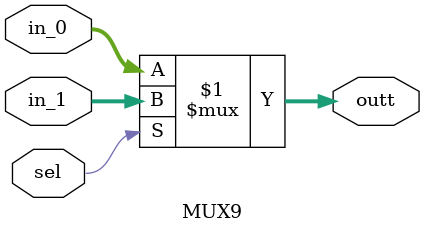
<source format=v>
`timescale 1ns / 1ps


module MUX9(
    input [8:0] in_0, in_1,
    input sel,
    output [8:0] outt
    );
    assign outt = sel ? in_1 : in_0;
endmodule

</source>
